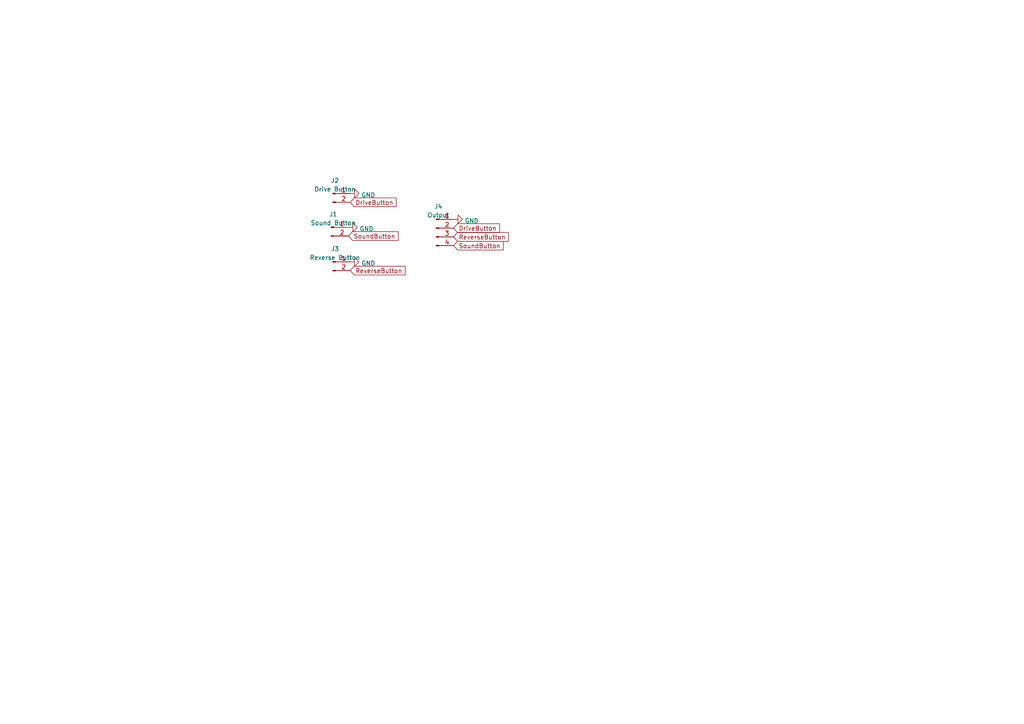
<source format=kicad_sch>
(kicad_sch (version 20230121) (generator eeschema)

  (uuid f149a073-43c4-44c8-b10a-c78cee397997)

  (paper "A4")

  (lib_symbols
    (symbol "Connector:Conn_01x02_Male" (pin_names (offset 1.016) hide) (in_bom yes) (on_board yes)
      (property "Reference" "J" (at 0 2.54 0)
        (effects (font (size 1.27 1.27)))
      )
      (property "Value" "Conn_01x02_Male" (at 0 -5.08 0)
        (effects (font (size 1.27 1.27)))
      )
      (property "Footprint" "" (at 0 0 0)
        (effects (font (size 1.27 1.27)) hide)
      )
      (property "Datasheet" "~" (at 0 0 0)
        (effects (font (size 1.27 1.27)) hide)
      )
      (property "ki_keywords" "connector" (at 0 0 0)
        (effects (font (size 1.27 1.27)) hide)
      )
      (property "ki_description" "Generic connector, single row, 01x02, script generated (kicad-library-utils/schlib/autogen/connector/)" (at 0 0 0)
        (effects (font (size 1.27 1.27)) hide)
      )
      (property "ki_fp_filters" "Connector*:*_1x??_*" (at 0 0 0)
        (effects (font (size 1.27 1.27)) hide)
      )
      (symbol "Conn_01x02_Male_1_1"
        (polyline
          (pts
            (xy 1.27 -2.54)
            (xy 0.8636 -2.54)
          )
          (stroke (width 0.1524) (type default))
          (fill (type none))
        )
        (polyline
          (pts
            (xy 1.27 0)
            (xy 0.8636 0)
          )
          (stroke (width 0.1524) (type default))
          (fill (type none))
        )
        (rectangle (start 0.8636 -2.413) (end 0 -2.667)
          (stroke (width 0.1524) (type default))
          (fill (type outline))
        )
        (rectangle (start 0.8636 0.127) (end 0 -0.127)
          (stroke (width 0.1524) (type default))
          (fill (type outline))
        )
        (pin passive line (at 5.08 0 180) (length 3.81)
          (name "Pin_1" (effects (font (size 1.27 1.27))))
          (number "1" (effects (font (size 1.27 1.27))))
        )
        (pin passive line (at 5.08 -2.54 180) (length 3.81)
          (name "Pin_2" (effects (font (size 1.27 1.27))))
          (number "2" (effects (font (size 1.27 1.27))))
        )
      )
    )
    (symbol "Connector:Conn_01x04_Male" (pin_names (offset 1.016) hide) (in_bom yes) (on_board yes)
      (property "Reference" "J" (at 0 5.08 0)
        (effects (font (size 1.27 1.27)))
      )
      (property "Value" "Conn_01x04_Male" (at 0 -7.62 0)
        (effects (font (size 1.27 1.27)))
      )
      (property "Footprint" "" (at 0 0 0)
        (effects (font (size 1.27 1.27)) hide)
      )
      (property "Datasheet" "~" (at 0 0 0)
        (effects (font (size 1.27 1.27)) hide)
      )
      (property "ki_keywords" "connector" (at 0 0 0)
        (effects (font (size 1.27 1.27)) hide)
      )
      (property "ki_description" "Generic connector, single row, 01x04, script generated (kicad-library-utils/schlib/autogen/connector/)" (at 0 0 0)
        (effects (font (size 1.27 1.27)) hide)
      )
      (property "ki_fp_filters" "Connector*:*_1x??_*" (at 0 0 0)
        (effects (font (size 1.27 1.27)) hide)
      )
      (symbol "Conn_01x04_Male_1_1"
        (polyline
          (pts
            (xy 1.27 -5.08)
            (xy 0.8636 -5.08)
          )
          (stroke (width 0.1524) (type default))
          (fill (type none))
        )
        (polyline
          (pts
            (xy 1.27 -2.54)
            (xy 0.8636 -2.54)
          )
          (stroke (width 0.1524) (type default))
          (fill (type none))
        )
        (polyline
          (pts
            (xy 1.27 0)
            (xy 0.8636 0)
          )
          (stroke (width 0.1524) (type default))
          (fill (type none))
        )
        (polyline
          (pts
            (xy 1.27 2.54)
            (xy 0.8636 2.54)
          )
          (stroke (width 0.1524) (type default))
          (fill (type none))
        )
        (rectangle (start 0.8636 -4.953) (end 0 -5.207)
          (stroke (width 0.1524) (type default))
          (fill (type outline))
        )
        (rectangle (start 0.8636 -2.413) (end 0 -2.667)
          (stroke (width 0.1524) (type default))
          (fill (type outline))
        )
        (rectangle (start 0.8636 0.127) (end 0 -0.127)
          (stroke (width 0.1524) (type default))
          (fill (type outline))
        )
        (rectangle (start 0.8636 2.667) (end 0 2.413)
          (stroke (width 0.1524) (type default))
          (fill (type outline))
        )
        (pin passive line (at 5.08 2.54 180) (length 3.81)
          (name "Pin_1" (effects (font (size 1.27 1.27))))
          (number "1" (effects (font (size 1.27 1.27))))
        )
        (pin passive line (at 5.08 0 180) (length 3.81)
          (name "Pin_2" (effects (font (size 1.27 1.27))))
          (number "2" (effects (font (size 1.27 1.27))))
        )
        (pin passive line (at 5.08 -2.54 180) (length 3.81)
          (name "Pin_3" (effects (font (size 1.27 1.27))))
          (number "3" (effects (font (size 1.27 1.27))))
        )
        (pin passive line (at 5.08 -5.08 180) (length 3.81)
          (name "Pin_4" (effects (font (size 1.27 1.27))))
          (number "4" (effects (font (size 1.27 1.27))))
        )
      )
    )
    (symbol "power:GND" (power) (pin_names (offset 0)) (in_bom yes) (on_board yes)
      (property "Reference" "#PWR" (at 0 -6.35 0)
        (effects (font (size 1.27 1.27)) hide)
      )
      (property "Value" "GND" (at 0 -3.81 0)
        (effects (font (size 1.27 1.27)))
      )
      (property "Footprint" "" (at 0 0 0)
        (effects (font (size 1.27 1.27)) hide)
      )
      (property "Datasheet" "" (at 0 0 0)
        (effects (font (size 1.27 1.27)) hide)
      )
      (property "ki_keywords" "power-flag" (at 0 0 0)
        (effects (font (size 1.27 1.27)) hide)
      )
      (property "ki_description" "Power symbol creates a global label with name \"GND\" , ground" (at 0 0 0)
        (effects (font (size 1.27 1.27)) hide)
      )
      (symbol "GND_0_1"
        (polyline
          (pts
            (xy 0 0)
            (xy 0 -1.27)
            (xy 1.27 -1.27)
            (xy 0 -2.54)
            (xy -1.27 -1.27)
            (xy 0 -1.27)
          )
          (stroke (width 0) (type default))
          (fill (type none))
        )
      )
      (symbol "GND_1_1"
        (pin power_in line (at 0 0 270) (length 0) hide
          (name "GND" (effects (font (size 1.27 1.27))))
          (number "1" (effects (font (size 1.27 1.27))))
        )
      )
    )
  )


  (global_label "DriveButton" (shape input) (at 101.6 58.674 0) (fields_autoplaced)
    (effects (font (size 1.27 1.27)) (justify left))
    (uuid 1b92ecba-459b-4025-b4df-20a5bcb23914)
    (property "Intersheetrefs" "${INTERSHEET_REFS}" (at 114.8988 58.5946 0)
      (effects (font (size 1.27 1.27)) (justify left) hide)
    )
  )
  (global_label "SoundButton" (shape input) (at 101.092 68.453 0) (fields_autoplaced)
    (effects (font (size 1.27 1.27)) (justify left))
    (uuid 2ba2176d-1e1b-4968-8ffe-fb40c49d4a48)
    (property "Intersheetrefs" "${INTERSHEET_REFS}" (at 115.4794 68.3736 0)
      (effects (font (size 1.27 1.27)) (justify left) hide)
    )
  )
  (global_label "ReverseButton" (shape input) (at 101.6 78.486 0) (fields_autoplaced)
    (effects (font (size 1.27 1.27)) (justify left))
    (uuid 30310eb1-c4a5-47c4-a198-05cbade26e2c)
    (property "Intersheetrefs" "${INTERSHEET_REFS}" (at 117.4993 78.4066 0)
      (effects (font (size 1.27 1.27)) (justify left) hide)
    )
  )
  (global_label "DriveButton" (shape input) (at 131.572 66.167 0) (fields_autoplaced)
    (effects (font (size 1.27 1.27)) (justify left))
    (uuid 683ffd91-d2f3-42b5-bfa8-f08b0d357d12)
    (property "Intersheetrefs" "${INTERSHEET_REFS}" (at 144.8708 66.0876 0)
      (effects (font (size 1.27 1.27)) (justify left) hide)
    )
  )
  (global_label "SoundButton" (shape input) (at 131.572 71.247 0) (fields_autoplaced)
    (effects (font (size 1.27 1.27)) (justify left))
    (uuid 7596d0eb-ec17-4023-9a3d-0d3186e3daa0)
    (property "Intersheetrefs" "${INTERSHEET_REFS}" (at 145.9594 71.1676 0)
      (effects (font (size 1.27 1.27)) (justify left) hide)
    )
  )
  (global_label "ReverseButton" (shape input) (at 131.572 68.707 0) (fields_autoplaced)
    (effects (font (size 1.27 1.27)) (justify left))
    (uuid c7957d55-7239-4c10-b50d-7ab3e197ce13)
    (property "Intersheetrefs" "${INTERSHEET_REFS}" (at 147.4713 68.6276 0)
      (effects (font (size 1.27 1.27)) (justify left) hide)
    )
  )

  (symbol (lib_id "Connector:Conn_01x04_Male") (at 126.492 66.167 0) (unit 1)
    (in_bom yes) (on_board yes) (dnp no) (fields_autoplaced)
    (uuid 1c4cf9a8-0f8f-4f52-918e-7ce6f5b0a610)
    (property "Reference" "J4" (at 127.127 59.851 0)
      (effects (font (size 1.27 1.27)))
    )
    (property "Value" "Output" (at 127.127 62.3879 0)
      (effects (font (size 1.27 1.27)))
    )
    (property "Footprint" "Connector_JST:JST_SH_BM04B-SRSS-TB_1x04-1MP_P1.00mm_Vertical" (at 126.492 66.167 0)
      (effects (font (size 1.27 1.27)) hide)
    )
    (property "Datasheet" "~" (at 126.492 66.167 0)
      (effects (font (size 1.27 1.27)) hide)
    )
    (pin "1" (uuid 1412011f-a09d-4616-9009-9ecb0de03bb1))
    (pin "2" (uuid 31bdbc4e-2d62-44ee-ab60-2c22d3ba4955))
    (pin "3" (uuid cf563461-56d6-4bd6-aa37-8e6b2662793d))
    (pin "4" (uuid d7d1c316-4ad8-4501-8038-70fb01c1c641))
    (instances
      (project "DriveByWireButton"
        (path "/f149a073-43c4-44c8-b10a-c78cee397997"
          (reference "J4") (unit 1)
        )
      )
    )
  )

  (symbol (lib_id "Connector:Conn_01x02_Male") (at 96.52 56.134 0) (unit 1)
    (in_bom yes) (on_board yes) (dnp no) (fields_autoplaced)
    (uuid 28d1c9f3-7d97-4702-9c15-79ec85fe8619)
    (property "Reference" "J2" (at 97.155 52.358 0)
      (effects (font (size 1.27 1.27)))
    )
    (property "Value" "Drive Button" (at 97.155 54.8949 0)
      (effects (font (size 1.27 1.27)))
    )
    (property "Footprint" "Connector_JST:JST_EH_B2B-EH-A_1x02_P2.50mm_Vertical" (at 96.52 56.134 0)
      (effects (font (size 1.27 1.27)) hide)
    )
    (property "Datasheet" "~" (at 96.52 56.134 0)
      (effects (font (size 1.27 1.27)) hide)
    )
    (pin "1" (uuid 2bfcad7a-071f-41f8-be27-e257e4497ca6))
    (pin "2" (uuid de4b3e52-3d21-466e-941d-b1c85e806117))
    (instances
      (project "DriveByWireButton"
        (path "/f149a073-43c4-44c8-b10a-c78cee397997"
          (reference "J2") (unit 1)
        )
      )
    )
  )

  (symbol (lib_id "power:GND") (at 101.6 56.134 90) (unit 1)
    (in_bom yes) (on_board yes) (dnp no) (fields_autoplaced)
    (uuid 2f8011d7-5fc7-420a-8492-aa7636fa98e8)
    (property "Reference" "#PWR02" (at 107.95 56.134 0)
      (effects (font (size 1.27 1.27)) hide)
    )
    (property "Value" "GND" (at 104.775 56.5678 90)
      (effects (font (size 1.27 1.27)) (justify right))
    )
    (property "Footprint" "" (at 101.6 56.134 0)
      (effects (font (size 1.27 1.27)) hide)
    )
    (property "Datasheet" "" (at 101.6 56.134 0)
      (effects (font (size 1.27 1.27)) hide)
    )
    (pin "1" (uuid 52387877-29db-4658-a886-39f4a008a708))
    (instances
      (project "DriveByWireButton"
        (path "/f149a073-43c4-44c8-b10a-c78cee397997"
          (reference "#PWR02") (unit 1)
        )
      )
    )
  )

  (symbol (lib_id "Connector:Conn_01x02_Male") (at 96.52 75.946 0) (unit 1)
    (in_bom yes) (on_board yes) (dnp no) (fields_autoplaced)
    (uuid 5ea13efa-cf9f-464f-b4e9-284a925e688d)
    (property "Reference" "J3" (at 97.155 72.17 0)
      (effects (font (size 1.27 1.27)))
    )
    (property "Value" "Reverse Button" (at 97.155 74.7069 0)
      (effects (font (size 1.27 1.27)))
    )
    (property "Footprint" "Connector_JST:JST_EH_B2B-EH-A_1x02_P2.50mm_Vertical" (at 96.52 75.946 0)
      (effects (font (size 1.27 1.27)) hide)
    )
    (property "Datasheet" "~" (at 96.52 75.946 0)
      (effects (font (size 1.27 1.27)) hide)
    )
    (pin "1" (uuid b5cbf4fe-8963-4217-9551-779d4d6c2af2))
    (pin "2" (uuid c27201bf-84cf-4cbb-a284-1f14c863f47f))
    (instances
      (project "DriveByWireButton"
        (path "/f149a073-43c4-44c8-b10a-c78cee397997"
          (reference "J3") (unit 1)
        )
      )
    )
  )

  (symbol (lib_id "power:GND") (at 131.572 63.627 90) (mirror x) (unit 1)
    (in_bom yes) (on_board yes) (dnp no) (fields_autoplaced)
    (uuid 792bec02-2aed-4b78-a9b1-ee4049df8c13)
    (property "Reference" "#PWR04" (at 137.922 63.627 0)
      (effects (font (size 1.27 1.27)) hide)
    )
    (property "Value" "GND" (at 134.7469 64.0608 90)
      (effects (font (size 1.27 1.27)) (justify right))
    )
    (property "Footprint" "" (at 131.572 63.627 0)
      (effects (font (size 1.27 1.27)) hide)
    )
    (property "Datasheet" "" (at 131.572 63.627 0)
      (effects (font (size 1.27 1.27)) hide)
    )
    (pin "1" (uuid a64ab88c-6b8e-477c-817c-ab9b064e3d8b))
    (instances
      (project "DriveByWireButton"
        (path "/f149a073-43c4-44c8-b10a-c78cee397997"
          (reference "#PWR04") (unit 1)
        )
      )
    )
  )

  (symbol (lib_id "power:GND") (at 101.6 75.946 90) (unit 1)
    (in_bom yes) (on_board yes) (dnp no) (fields_autoplaced)
    (uuid 992991b5-ef5c-4797-8be9-43ec7e95f0bb)
    (property "Reference" "#PWR03" (at 107.95 75.946 0)
      (effects (font (size 1.27 1.27)) hide)
    )
    (property "Value" "GND" (at 104.775 76.3798 90)
      (effects (font (size 1.27 1.27)) (justify right))
    )
    (property "Footprint" "" (at 101.6 75.946 0)
      (effects (font (size 1.27 1.27)) hide)
    )
    (property "Datasheet" "" (at 101.6 75.946 0)
      (effects (font (size 1.27 1.27)) hide)
    )
    (pin "1" (uuid 50c208a1-a521-42af-910b-ed8d24260ee3))
    (instances
      (project "DriveByWireButton"
        (path "/f149a073-43c4-44c8-b10a-c78cee397997"
          (reference "#PWR03") (unit 1)
        )
      )
    )
  )

  (symbol (lib_id "power:GND") (at 101.092 65.913 90) (unit 1)
    (in_bom yes) (on_board yes) (dnp no) (fields_autoplaced)
    (uuid c535bb2e-c8f9-4276-a3c5-0fc11a328918)
    (property "Reference" "#PWR01" (at 107.442 65.913 0)
      (effects (font (size 1.27 1.27)) hide)
    )
    (property "Value" "GND" (at 104.267 66.3468 90)
      (effects (font (size 1.27 1.27)) (justify right))
    )
    (property "Footprint" "" (at 101.092 65.913 0)
      (effects (font (size 1.27 1.27)) hide)
    )
    (property "Datasheet" "" (at 101.092 65.913 0)
      (effects (font (size 1.27 1.27)) hide)
    )
    (pin "1" (uuid 51a90b44-7320-4d28-87bc-8367ef1c648b))
    (instances
      (project "DriveByWireButton"
        (path "/f149a073-43c4-44c8-b10a-c78cee397997"
          (reference "#PWR01") (unit 1)
        )
      )
    )
  )

  (symbol (lib_id "Connector:Conn_01x02_Male") (at 96.012 65.913 0) (unit 1)
    (in_bom yes) (on_board yes) (dnp no) (fields_autoplaced)
    (uuid ecc1863f-1b0b-4fd7-89bc-c5a714f4887a)
    (property "Reference" "J1" (at 96.647 62.137 0)
      (effects (font (size 1.27 1.27)))
    )
    (property "Value" "Sound Button" (at 96.647 64.6739 0)
      (effects (font (size 1.27 1.27)))
    )
    (property "Footprint" "Connector_JST:JST_EH_B2B-EH-A_1x02_P2.50mm_Vertical" (at 96.012 65.913 0)
      (effects (font (size 1.27 1.27)) hide)
    )
    (property "Datasheet" "~" (at 96.012 65.913 0)
      (effects (font (size 1.27 1.27)) hide)
    )
    (pin "1" (uuid 46da9de8-a8ba-4925-b314-4b178c21930b))
    (pin "2" (uuid b9b13066-bc87-4b53-801c-0ed2f9e2cc4b))
    (instances
      (project "DriveByWireButton"
        (path "/f149a073-43c4-44c8-b10a-c78cee397997"
          (reference "J1") (unit 1)
        )
      )
    )
  )

  (sheet_instances
    (path "/" (page "1"))
  )
)

</source>
